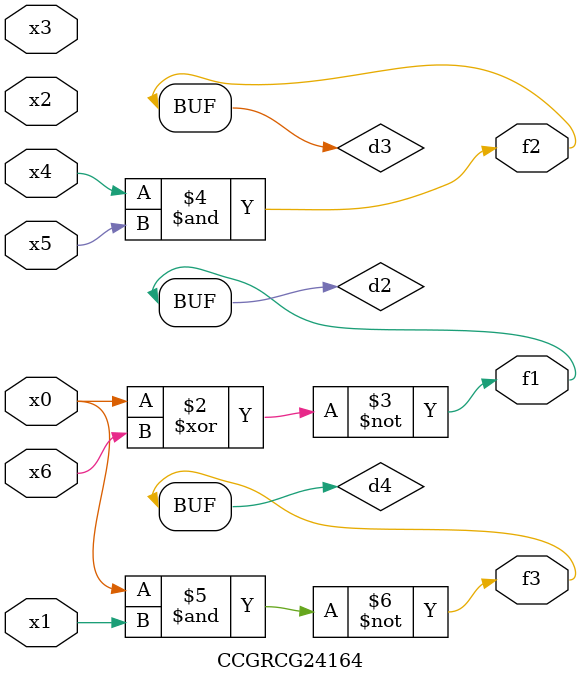
<source format=v>
module CCGRCG24164(
	input x0, x1, x2, x3, x4, x5, x6,
	output f1, f2, f3
);

	wire d1, d2, d3, d4;

	nor (d1, x0);
	xnor (d2, x0, x6);
	and (d3, x4, x5);
	nand (d4, x0, x1);
	assign f1 = d2;
	assign f2 = d3;
	assign f3 = d4;
endmodule

</source>
